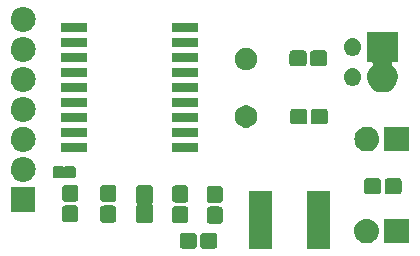
<source format=gts>
G04 #@! TF.GenerationSoftware,KiCad,Pcbnew,(5.0.1)-4*
G04 #@! TF.CreationDate,2018-11-19T23:15:06-05:00*
G04 #@! TF.ProjectId,CAN_Bus_Arduino,43414E5F4275735F41726475696E6F2E,rev?*
G04 #@! TF.SameCoordinates,Original*
G04 #@! TF.FileFunction,Soldermask,Top*
G04 #@! TF.FilePolarity,Negative*
%FSLAX46Y46*%
G04 Gerber Fmt 4.6, Leading zero omitted, Abs format (unit mm)*
G04 Created by KiCad (PCBNEW (5.0.1)-4) date 2018-11-19 11:15:06 PM*
%MOMM*%
%LPD*%
G01*
G04 APERTURE LIST*
%ADD10C,0.100000*%
G04 APERTURE END LIST*
D10*
G36*
X231940000Y-123005000D02*
X229940000Y-123005000D01*
X229940000Y-118095000D01*
X231940000Y-118095000D01*
X231940000Y-123005000D01*
X231940000Y-123005000D01*
G37*
G36*
X227010000Y-123005000D02*
X225010000Y-123005000D01*
X225010000Y-118095000D01*
X227010000Y-118095000D01*
X227010000Y-123005000D01*
X227010000Y-123005000D01*
G37*
G36*
X220405330Y-121606477D02*
X220456810Y-121622093D01*
X220504242Y-121647446D01*
X220545827Y-121681573D01*
X220579954Y-121723158D01*
X220605307Y-121770590D01*
X220620923Y-121822070D01*
X220626800Y-121881740D01*
X220626800Y-122669460D01*
X220620923Y-122729130D01*
X220605307Y-122780610D01*
X220579954Y-122828042D01*
X220545827Y-122869627D01*
X220504242Y-122903754D01*
X220456810Y-122929107D01*
X220405330Y-122944723D01*
X220345660Y-122950600D01*
X219457940Y-122950600D01*
X219398270Y-122944723D01*
X219346790Y-122929107D01*
X219299358Y-122903754D01*
X219257773Y-122869627D01*
X219223646Y-122828042D01*
X219198293Y-122780610D01*
X219182677Y-122729130D01*
X219176800Y-122669460D01*
X219176800Y-121881740D01*
X219182677Y-121822070D01*
X219198293Y-121770590D01*
X219223646Y-121723158D01*
X219257773Y-121681573D01*
X219299358Y-121647446D01*
X219346790Y-121622093D01*
X219398270Y-121606477D01*
X219457940Y-121600600D01*
X220345660Y-121600600D01*
X220405330Y-121606477D01*
X220405330Y-121606477D01*
G37*
G36*
X222155330Y-121606477D02*
X222206810Y-121622093D01*
X222254242Y-121647446D01*
X222295827Y-121681573D01*
X222329954Y-121723158D01*
X222355307Y-121770590D01*
X222370923Y-121822070D01*
X222376800Y-121881740D01*
X222376800Y-122669460D01*
X222370923Y-122729130D01*
X222355307Y-122780610D01*
X222329954Y-122828042D01*
X222295827Y-122869627D01*
X222254242Y-122903754D01*
X222206810Y-122929107D01*
X222155330Y-122944723D01*
X222095660Y-122950600D01*
X221207940Y-122950600D01*
X221148270Y-122944723D01*
X221096790Y-122929107D01*
X221049358Y-122903754D01*
X221007773Y-122869627D01*
X220973646Y-122828042D01*
X220948293Y-122780610D01*
X220932677Y-122729130D01*
X220926800Y-122669460D01*
X220926800Y-121881740D01*
X220932677Y-121822070D01*
X220948293Y-121770590D01*
X220973646Y-121723158D01*
X221007773Y-121681573D01*
X221049358Y-121647446D01*
X221096790Y-121622093D01*
X221148270Y-121606477D01*
X221207940Y-121600600D01*
X222095660Y-121600600D01*
X222155330Y-121606477D01*
X222155330Y-121606477D01*
G37*
G36*
X235129507Y-120420396D02*
X235206636Y-120427993D01*
X235312040Y-120459967D01*
X235404563Y-120488033D01*
X235586972Y-120585533D01*
X235746854Y-120716746D01*
X235878067Y-120876628D01*
X235975567Y-121059037D01*
X235975567Y-121059038D01*
X236035607Y-121256964D01*
X236055880Y-121462800D01*
X236035607Y-121668636D01*
X236010745Y-121750595D01*
X235975567Y-121866563D01*
X235878067Y-122048972D01*
X235746854Y-122208854D01*
X235586972Y-122340067D01*
X235404563Y-122437567D01*
X235338587Y-122457580D01*
X235206636Y-122497607D01*
X235129507Y-122505204D01*
X235052380Y-122512800D01*
X234949220Y-122512800D01*
X234872093Y-122505204D01*
X234794964Y-122497607D01*
X234663013Y-122457580D01*
X234597037Y-122437567D01*
X234414628Y-122340067D01*
X234254746Y-122208854D01*
X234123533Y-122048972D01*
X234026033Y-121866563D01*
X233990855Y-121750595D01*
X233965993Y-121668636D01*
X233945720Y-121462800D01*
X233965993Y-121256964D01*
X234026033Y-121059038D01*
X234026033Y-121059037D01*
X234123533Y-120876628D01*
X234254746Y-120716746D01*
X234414628Y-120585533D01*
X234597037Y-120488033D01*
X234689560Y-120459967D01*
X234794964Y-120427993D01*
X234872093Y-120420396D01*
X234949220Y-120412800D01*
X235052380Y-120412800D01*
X235129507Y-120420396D01*
X235129507Y-120420396D01*
G37*
G36*
X238590800Y-122512800D02*
X236490800Y-122512800D01*
X236490800Y-120412800D01*
X238590800Y-120412800D01*
X238590800Y-122512800D01*
X238590800Y-122512800D01*
G37*
G36*
X222601930Y-119383477D02*
X222653410Y-119399093D01*
X222700842Y-119424446D01*
X222742427Y-119458573D01*
X222776554Y-119500158D01*
X222801907Y-119547590D01*
X222817523Y-119599070D01*
X222823400Y-119658740D01*
X222823400Y-120546460D01*
X222817523Y-120606130D01*
X222801907Y-120657610D01*
X222776554Y-120705042D01*
X222742427Y-120746627D01*
X222700842Y-120780754D01*
X222653410Y-120806107D01*
X222601930Y-120821723D01*
X222542260Y-120827600D01*
X221754540Y-120827600D01*
X221694870Y-120821723D01*
X221643390Y-120806107D01*
X221595958Y-120780754D01*
X221554373Y-120746627D01*
X221520246Y-120705042D01*
X221494893Y-120657610D01*
X221479277Y-120606130D01*
X221473400Y-120546460D01*
X221473400Y-119658740D01*
X221479277Y-119599070D01*
X221494893Y-119547590D01*
X221520246Y-119500158D01*
X221554373Y-119458573D01*
X221595958Y-119424446D01*
X221643390Y-119399093D01*
X221694870Y-119383477D01*
X221754540Y-119377600D01*
X222542260Y-119377600D01*
X222601930Y-119383477D01*
X222601930Y-119383477D01*
G37*
G36*
X216700536Y-117572875D02*
X216752903Y-117588761D01*
X216801169Y-117614560D01*
X216843469Y-117649275D01*
X216878184Y-117691575D01*
X216903983Y-117739841D01*
X216919869Y-117792208D01*
X216925837Y-117852807D01*
X216925837Y-118931007D01*
X216919869Y-118991606D01*
X216903983Y-119043973D01*
X216878184Y-119092238D01*
X216861467Y-119112609D01*
X216847853Y-119132983D01*
X216838476Y-119155622D01*
X216833696Y-119179656D01*
X216833696Y-119204160D01*
X216838477Y-119228194D01*
X216847854Y-119250833D01*
X216861467Y-119271205D01*
X216878184Y-119291576D01*
X216903983Y-119339841D01*
X216919869Y-119392208D01*
X216925837Y-119452807D01*
X216925837Y-120531007D01*
X216919869Y-120591606D01*
X216903983Y-120643973D01*
X216878184Y-120692239D01*
X216843469Y-120734539D01*
X216801169Y-120769254D01*
X216752903Y-120795053D01*
X216700536Y-120810939D01*
X216639937Y-120816907D01*
X215761737Y-120816907D01*
X215701138Y-120810939D01*
X215648771Y-120795053D01*
X215600505Y-120769254D01*
X215558205Y-120734539D01*
X215523490Y-120692239D01*
X215497691Y-120643973D01*
X215481805Y-120591606D01*
X215475837Y-120531007D01*
X215475837Y-119452807D01*
X215481805Y-119392208D01*
X215497691Y-119339841D01*
X215523490Y-119291576D01*
X215540207Y-119271205D01*
X215553821Y-119250831D01*
X215563198Y-119228192D01*
X215567978Y-119204158D01*
X215567978Y-119179654D01*
X215563197Y-119155620D01*
X215553820Y-119132981D01*
X215540207Y-119112609D01*
X215523490Y-119092238D01*
X215497691Y-119043973D01*
X215481805Y-118991606D01*
X215475837Y-118931007D01*
X215475837Y-117852807D01*
X215481805Y-117792208D01*
X215497691Y-117739841D01*
X215523490Y-117691575D01*
X215558205Y-117649275D01*
X215600505Y-117614560D01*
X215648771Y-117588761D01*
X215701138Y-117572875D01*
X215761737Y-117566907D01*
X216639937Y-117566907D01*
X216700536Y-117572875D01*
X216700536Y-117572875D01*
G37*
G36*
X219676967Y-119347784D02*
X219728447Y-119363400D01*
X219775879Y-119388753D01*
X219817464Y-119422880D01*
X219851591Y-119464465D01*
X219876944Y-119511897D01*
X219892560Y-119563377D01*
X219898437Y-119623047D01*
X219898437Y-120510767D01*
X219892560Y-120570437D01*
X219876944Y-120621917D01*
X219851591Y-120669349D01*
X219817464Y-120710934D01*
X219775879Y-120745061D01*
X219728447Y-120770414D01*
X219676967Y-120786030D01*
X219617297Y-120791907D01*
X218829577Y-120791907D01*
X218769907Y-120786030D01*
X218718427Y-120770414D01*
X218670995Y-120745061D01*
X218629410Y-120710934D01*
X218595283Y-120669349D01*
X218569930Y-120621917D01*
X218554314Y-120570437D01*
X218548437Y-120510767D01*
X218548437Y-119623047D01*
X218554314Y-119563377D01*
X218569930Y-119511897D01*
X218595283Y-119464465D01*
X218629410Y-119422880D01*
X218670995Y-119388753D01*
X218718427Y-119363400D01*
X218769907Y-119347784D01*
X218829577Y-119341907D01*
X219617297Y-119341907D01*
X219676967Y-119347784D01*
X219676967Y-119347784D01*
G37*
G36*
X213580967Y-119296984D02*
X213632447Y-119312600D01*
X213679879Y-119337953D01*
X213721464Y-119372080D01*
X213755591Y-119413665D01*
X213780944Y-119461097D01*
X213796560Y-119512577D01*
X213802437Y-119572247D01*
X213802437Y-120459967D01*
X213796560Y-120519637D01*
X213780944Y-120571117D01*
X213755591Y-120618549D01*
X213721464Y-120660134D01*
X213679879Y-120694261D01*
X213632447Y-120719614D01*
X213580967Y-120735230D01*
X213521297Y-120741107D01*
X212733577Y-120741107D01*
X212673907Y-120735230D01*
X212622427Y-120719614D01*
X212574995Y-120694261D01*
X212533410Y-120660134D01*
X212499283Y-120618549D01*
X212473930Y-120571117D01*
X212458314Y-120519637D01*
X212452437Y-120459967D01*
X212452437Y-119572247D01*
X212458314Y-119512577D01*
X212473930Y-119461097D01*
X212499283Y-119413665D01*
X212533410Y-119372080D01*
X212574995Y-119337953D01*
X212622427Y-119312600D01*
X212673907Y-119296984D01*
X212733577Y-119291107D01*
X213521297Y-119291107D01*
X213580967Y-119296984D01*
X213580967Y-119296984D01*
G37*
G36*
X210359130Y-119281877D02*
X210410610Y-119297493D01*
X210458042Y-119322846D01*
X210499627Y-119356973D01*
X210533754Y-119398558D01*
X210559107Y-119445990D01*
X210574723Y-119497470D01*
X210580600Y-119557140D01*
X210580600Y-120444860D01*
X210574723Y-120504530D01*
X210559107Y-120556010D01*
X210533754Y-120603442D01*
X210499627Y-120645027D01*
X210458042Y-120679154D01*
X210410610Y-120704507D01*
X210359130Y-120720123D01*
X210299460Y-120726000D01*
X209511740Y-120726000D01*
X209452070Y-120720123D01*
X209400590Y-120704507D01*
X209353158Y-120679154D01*
X209311573Y-120645027D01*
X209277446Y-120603442D01*
X209252093Y-120556010D01*
X209236477Y-120504530D01*
X209230600Y-120444860D01*
X209230600Y-119557140D01*
X209236477Y-119497470D01*
X209252093Y-119445990D01*
X209277446Y-119398558D01*
X209311573Y-119356973D01*
X209353158Y-119322846D01*
X209400590Y-119297493D01*
X209452070Y-119281877D01*
X209511740Y-119276000D01*
X210299460Y-119276000D01*
X210359130Y-119281877D01*
X210359130Y-119281877D01*
G37*
G36*
X206967800Y-119820400D02*
X204867800Y-119820400D01*
X204867800Y-117720400D01*
X206967800Y-117720400D01*
X206967800Y-119820400D01*
X206967800Y-119820400D01*
G37*
G36*
X222601930Y-117633477D02*
X222653410Y-117649093D01*
X222700842Y-117674446D01*
X222742427Y-117708573D01*
X222776554Y-117750158D01*
X222801907Y-117797590D01*
X222817523Y-117849070D01*
X222823400Y-117908740D01*
X222823400Y-118796460D01*
X222817523Y-118856130D01*
X222801907Y-118907610D01*
X222776554Y-118955042D01*
X222742427Y-118996627D01*
X222700842Y-119030754D01*
X222653410Y-119056107D01*
X222601930Y-119071723D01*
X222542260Y-119077600D01*
X221754540Y-119077600D01*
X221694870Y-119071723D01*
X221643390Y-119056107D01*
X221595958Y-119030754D01*
X221554373Y-118996627D01*
X221520246Y-118955042D01*
X221494893Y-118907610D01*
X221479277Y-118856130D01*
X221473400Y-118796460D01*
X221473400Y-117908740D01*
X221479277Y-117849070D01*
X221494893Y-117797590D01*
X221520246Y-117750158D01*
X221554373Y-117708573D01*
X221595958Y-117674446D01*
X221643390Y-117649093D01*
X221694870Y-117633477D01*
X221754540Y-117627600D01*
X222542260Y-117627600D01*
X222601930Y-117633477D01*
X222601930Y-117633477D01*
G37*
G36*
X219676967Y-117597784D02*
X219728447Y-117613400D01*
X219775879Y-117638753D01*
X219817464Y-117672880D01*
X219851591Y-117714465D01*
X219876944Y-117761897D01*
X219892560Y-117813377D01*
X219898437Y-117873047D01*
X219898437Y-118760767D01*
X219892560Y-118820437D01*
X219876944Y-118871917D01*
X219851591Y-118919349D01*
X219817464Y-118960934D01*
X219775879Y-118995061D01*
X219728447Y-119020414D01*
X219676967Y-119036030D01*
X219617297Y-119041907D01*
X218829577Y-119041907D01*
X218769907Y-119036030D01*
X218718427Y-119020414D01*
X218670995Y-118995061D01*
X218629410Y-118960934D01*
X218595283Y-118919349D01*
X218569930Y-118871917D01*
X218554314Y-118820437D01*
X218548437Y-118760767D01*
X218548437Y-117873047D01*
X218554314Y-117813377D01*
X218569930Y-117761897D01*
X218595283Y-117714465D01*
X218629410Y-117672880D01*
X218670995Y-117638753D01*
X218718427Y-117613400D01*
X218769907Y-117597784D01*
X218829577Y-117591907D01*
X219617297Y-117591907D01*
X219676967Y-117597784D01*
X219676967Y-117597784D01*
G37*
G36*
X213580967Y-117546984D02*
X213632447Y-117562600D01*
X213679879Y-117587953D01*
X213721464Y-117622080D01*
X213755591Y-117663665D01*
X213780944Y-117711097D01*
X213796560Y-117762577D01*
X213802437Y-117822247D01*
X213802437Y-118709967D01*
X213796560Y-118769637D01*
X213780944Y-118821117D01*
X213755591Y-118868549D01*
X213721464Y-118910134D01*
X213679879Y-118944261D01*
X213632447Y-118969614D01*
X213580967Y-118985230D01*
X213521297Y-118991107D01*
X212733577Y-118991107D01*
X212673907Y-118985230D01*
X212622427Y-118969614D01*
X212574995Y-118944261D01*
X212533410Y-118910134D01*
X212499283Y-118868549D01*
X212473930Y-118821117D01*
X212458314Y-118769637D01*
X212452437Y-118709967D01*
X212452437Y-117822247D01*
X212458314Y-117762577D01*
X212473930Y-117711097D01*
X212499283Y-117663665D01*
X212533410Y-117622080D01*
X212574995Y-117587953D01*
X212622427Y-117562600D01*
X212673907Y-117546984D01*
X212733577Y-117541107D01*
X213521297Y-117541107D01*
X213580967Y-117546984D01*
X213580967Y-117546984D01*
G37*
G36*
X210359130Y-117531877D02*
X210410610Y-117547493D01*
X210458042Y-117572846D01*
X210499627Y-117606973D01*
X210533754Y-117648558D01*
X210559107Y-117695990D01*
X210574723Y-117747470D01*
X210580600Y-117807140D01*
X210580600Y-118694860D01*
X210574723Y-118754530D01*
X210559107Y-118806010D01*
X210533754Y-118853442D01*
X210499627Y-118895027D01*
X210458042Y-118929154D01*
X210410610Y-118954507D01*
X210359130Y-118970123D01*
X210299460Y-118976000D01*
X209511740Y-118976000D01*
X209452070Y-118970123D01*
X209400590Y-118954507D01*
X209353158Y-118929154D01*
X209311573Y-118895027D01*
X209277446Y-118853442D01*
X209252093Y-118806010D01*
X209236477Y-118754530D01*
X209230600Y-118694860D01*
X209230600Y-117807140D01*
X209236477Y-117747470D01*
X209252093Y-117695990D01*
X209277446Y-117648558D01*
X209311573Y-117606973D01*
X209353158Y-117572846D01*
X209400590Y-117547493D01*
X209452070Y-117531877D01*
X209511740Y-117526000D01*
X210299460Y-117526000D01*
X210359130Y-117531877D01*
X210359130Y-117531877D01*
G37*
G36*
X236000930Y-116983677D02*
X236052410Y-116999293D01*
X236099842Y-117024646D01*
X236141427Y-117058773D01*
X236175554Y-117100358D01*
X236200907Y-117147790D01*
X236216523Y-117199270D01*
X236222400Y-117258940D01*
X236222400Y-118046660D01*
X236216523Y-118106330D01*
X236200907Y-118157810D01*
X236175554Y-118205242D01*
X236141427Y-118246827D01*
X236099842Y-118280954D01*
X236052410Y-118306307D01*
X236000930Y-118321923D01*
X235941260Y-118327800D01*
X235053540Y-118327800D01*
X234993870Y-118321923D01*
X234942390Y-118306307D01*
X234894958Y-118280954D01*
X234853373Y-118246827D01*
X234819246Y-118205242D01*
X234793893Y-118157810D01*
X234778277Y-118106330D01*
X234772400Y-118046660D01*
X234772400Y-117258940D01*
X234778277Y-117199270D01*
X234793893Y-117147790D01*
X234819246Y-117100358D01*
X234853373Y-117058773D01*
X234894958Y-117024646D01*
X234942390Y-116999293D01*
X234993870Y-116983677D01*
X235053540Y-116977800D01*
X235941260Y-116977800D01*
X236000930Y-116983677D01*
X236000930Y-116983677D01*
G37*
G36*
X237750930Y-116983677D02*
X237802410Y-116999293D01*
X237849842Y-117024646D01*
X237891427Y-117058773D01*
X237925554Y-117100358D01*
X237950907Y-117147790D01*
X237966523Y-117199270D01*
X237972400Y-117258940D01*
X237972400Y-118046660D01*
X237966523Y-118106330D01*
X237950907Y-118157810D01*
X237925554Y-118205242D01*
X237891427Y-118246827D01*
X237849842Y-118280954D01*
X237802410Y-118306307D01*
X237750930Y-118321923D01*
X237691260Y-118327800D01*
X236803540Y-118327800D01*
X236743870Y-118321923D01*
X236692390Y-118306307D01*
X236644958Y-118280954D01*
X236603373Y-118246827D01*
X236569246Y-118205242D01*
X236543893Y-118157810D01*
X236528277Y-118106330D01*
X236522400Y-118046660D01*
X236522400Y-117258940D01*
X236528277Y-117199270D01*
X236543893Y-117147790D01*
X236569246Y-117100358D01*
X236603373Y-117058773D01*
X236644958Y-117024646D01*
X236692390Y-116999293D01*
X236743870Y-116983677D01*
X236803540Y-116977800D01*
X237691260Y-116977800D01*
X237750930Y-116983677D01*
X237750930Y-116983677D01*
G37*
G36*
X206046507Y-115187996D02*
X206123636Y-115195593D01*
X206255587Y-115235620D01*
X206321563Y-115255633D01*
X206503972Y-115353133D01*
X206663854Y-115484346D01*
X206795067Y-115644228D01*
X206892567Y-115826637D01*
X206892567Y-115826638D01*
X206952607Y-116024564D01*
X206972880Y-116230400D01*
X206952607Y-116436236D01*
X206912580Y-116568187D01*
X206892567Y-116634163D01*
X206795067Y-116816572D01*
X206663854Y-116976454D01*
X206503972Y-117107667D01*
X206321563Y-117205167D01*
X206255587Y-117225180D01*
X206123636Y-117265207D01*
X206046507Y-117272804D01*
X205969380Y-117280400D01*
X205866220Y-117280400D01*
X205789093Y-117272804D01*
X205711964Y-117265207D01*
X205580013Y-117225180D01*
X205514037Y-117205167D01*
X205331628Y-117107667D01*
X205171746Y-116976454D01*
X205040533Y-116816572D01*
X204943033Y-116634163D01*
X204923020Y-116568187D01*
X204882993Y-116436236D01*
X204862720Y-116230400D01*
X204882993Y-116024564D01*
X204943033Y-115826638D01*
X204943033Y-115826637D01*
X205040533Y-115644228D01*
X205171746Y-115484346D01*
X205331628Y-115353133D01*
X205514037Y-115255633D01*
X205580013Y-115235620D01*
X205711964Y-115195593D01*
X205789093Y-115187996D01*
X205866220Y-115180400D01*
X205969380Y-115180400D01*
X206046507Y-115187996D01*
X206046507Y-115187996D01*
G37*
G36*
X209258574Y-115968548D02*
X209293168Y-115979042D01*
X209332728Y-116000187D01*
X209338669Y-116004157D01*
X209361308Y-116013536D01*
X209385341Y-116018317D01*
X209409845Y-116018319D01*
X209433879Y-116013540D01*
X209456518Y-116004163D01*
X209462458Y-116000195D01*
X209502032Y-115979042D01*
X209536626Y-115968548D01*
X209578741Y-115964400D01*
X210186459Y-115964400D01*
X210228574Y-115968548D01*
X210263168Y-115979042D01*
X210295041Y-115996078D01*
X210322987Y-116019013D01*
X210345922Y-116046959D01*
X210362958Y-116078832D01*
X210373452Y-116113426D01*
X210377600Y-116155541D01*
X210377600Y-116813259D01*
X210373452Y-116855374D01*
X210362958Y-116889968D01*
X210345922Y-116921841D01*
X210322987Y-116949787D01*
X210295041Y-116972722D01*
X210263168Y-116989758D01*
X210228574Y-117000252D01*
X210186459Y-117004400D01*
X209578741Y-117004400D01*
X209536626Y-117000252D01*
X209502032Y-116989758D01*
X209462472Y-116968613D01*
X209456531Y-116964643D01*
X209433892Y-116955264D01*
X209409859Y-116950483D01*
X209385355Y-116950481D01*
X209361321Y-116955260D01*
X209338682Y-116964637D01*
X209332742Y-116968605D01*
X209293168Y-116989758D01*
X209258574Y-117000252D01*
X209216459Y-117004400D01*
X208608741Y-117004400D01*
X208566626Y-117000252D01*
X208532032Y-116989758D01*
X208500159Y-116972722D01*
X208472213Y-116949787D01*
X208449278Y-116921841D01*
X208432242Y-116889968D01*
X208421748Y-116855374D01*
X208417600Y-116813259D01*
X208417600Y-116155541D01*
X208421748Y-116113426D01*
X208432242Y-116078832D01*
X208449278Y-116046959D01*
X208472213Y-116019013D01*
X208500159Y-115996078D01*
X208532032Y-115979042D01*
X208566626Y-115968548D01*
X208608741Y-115964400D01*
X209216459Y-115964400D01*
X209258574Y-115968548D01*
X209258574Y-115968548D01*
G37*
G36*
X211304800Y-114771600D02*
X209164800Y-114771600D01*
X209164800Y-114031600D01*
X211304800Y-114031600D01*
X211304800Y-114771600D01*
X211304800Y-114771600D01*
G37*
G36*
X220704800Y-114771600D02*
X218564800Y-114771600D01*
X218564800Y-114031600D01*
X220704800Y-114031600D01*
X220704800Y-114771600D01*
X220704800Y-114771600D01*
G37*
G36*
X206046507Y-112647996D02*
X206123636Y-112655593D01*
X206237829Y-112690233D01*
X206321563Y-112715633D01*
X206503972Y-112813133D01*
X206663854Y-112944346D01*
X206795067Y-113104228D01*
X206892567Y-113286637D01*
X206892567Y-113286638D01*
X206952607Y-113484564D01*
X206972880Y-113690400D01*
X206952607Y-113896236D01*
X206912580Y-114028187D01*
X206892567Y-114094163D01*
X206795067Y-114276572D01*
X206663854Y-114436454D01*
X206503972Y-114567667D01*
X206321563Y-114665167D01*
X206255587Y-114685180D01*
X206123636Y-114725207D01*
X206046507Y-114732804D01*
X205969380Y-114740400D01*
X205866220Y-114740400D01*
X205789093Y-114732804D01*
X205711964Y-114725207D01*
X205580013Y-114685180D01*
X205514037Y-114665167D01*
X205331628Y-114567667D01*
X205171746Y-114436454D01*
X205040533Y-114276572D01*
X204943033Y-114094163D01*
X204923020Y-114028187D01*
X204882993Y-113896236D01*
X204862720Y-113690400D01*
X204882993Y-113484564D01*
X204943033Y-113286638D01*
X204943033Y-113286637D01*
X205040533Y-113104228D01*
X205171746Y-112944346D01*
X205331628Y-112813133D01*
X205514037Y-112715633D01*
X205597771Y-112690233D01*
X205711964Y-112655593D01*
X205789093Y-112647996D01*
X205866220Y-112640400D01*
X205969380Y-112640400D01*
X206046507Y-112647996D01*
X206046507Y-112647996D01*
G37*
G36*
X235154907Y-112622596D02*
X235232036Y-112630193D01*
X235363987Y-112670220D01*
X235429963Y-112690233D01*
X235612372Y-112787733D01*
X235772254Y-112918946D01*
X235903467Y-113078828D01*
X236000967Y-113261237D01*
X236000967Y-113261238D01*
X236061007Y-113459164D01*
X236081280Y-113665000D01*
X236061007Y-113870836D01*
X236053302Y-113896236D01*
X236000967Y-114068763D01*
X235903467Y-114251172D01*
X235772254Y-114411054D01*
X235612372Y-114542267D01*
X235429963Y-114639767D01*
X235363987Y-114659780D01*
X235232036Y-114699807D01*
X235154907Y-114707404D01*
X235077780Y-114715000D01*
X234974620Y-114715000D01*
X234897493Y-114707404D01*
X234820364Y-114699807D01*
X234688413Y-114659780D01*
X234622437Y-114639767D01*
X234440028Y-114542267D01*
X234280146Y-114411054D01*
X234148933Y-114251172D01*
X234051433Y-114068763D01*
X233999098Y-113896236D01*
X233991393Y-113870836D01*
X233971120Y-113665000D01*
X233991393Y-113459164D01*
X234051433Y-113261238D01*
X234051433Y-113261237D01*
X234148933Y-113078828D01*
X234280146Y-112918946D01*
X234440028Y-112787733D01*
X234622437Y-112690233D01*
X234688413Y-112670220D01*
X234820364Y-112630193D01*
X234897493Y-112622596D01*
X234974620Y-112615000D01*
X235077780Y-112615000D01*
X235154907Y-112622596D01*
X235154907Y-112622596D01*
G37*
G36*
X238616200Y-114715000D02*
X236516200Y-114715000D01*
X236516200Y-112615000D01*
X238616200Y-112615000D01*
X238616200Y-114715000D01*
X238616200Y-114715000D01*
G37*
G36*
X220704800Y-113501600D02*
X218564800Y-113501600D01*
X218564800Y-112761600D01*
X220704800Y-112761600D01*
X220704800Y-113501600D01*
X220704800Y-113501600D01*
G37*
G36*
X211304800Y-113501600D02*
X209164800Y-113501600D01*
X209164800Y-112761600D01*
X211304800Y-112761600D01*
X211304800Y-113501600D01*
X211304800Y-113501600D01*
G37*
G36*
X224929452Y-110819127D02*
X225067105Y-110846508D01*
X225239994Y-110918121D01*
X225395590Y-111022087D01*
X225527913Y-111154410D01*
X225631879Y-111310006D01*
X225703492Y-111482895D01*
X225740000Y-111666433D01*
X225740000Y-111853567D01*
X225703492Y-112037105D01*
X225631879Y-112209994D01*
X225527913Y-112365590D01*
X225395590Y-112497913D01*
X225239994Y-112601879D01*
X225067105Y-112673492D01*
X224929452Y-112700873D01*
X224883568Y-112710000D01*
X224696432Y-112710000D01*
X224650548Y-112700873D01*
X224512895Y-112673492D01*
X224340006Y-112601879D01*
X224184410Y-112497913D01*
X224052087Y-112365590D01*
X223948121Y-112209994D01*
X223876508Y-112037105D01*
X223840000Y-111853567D01*
X223840000Y-111666433D01*
X223876508Y-111482895D01*
X223948121Y-111310006D01*
X224052087Y-111154410D01*
X224184410Y-111022087D01*
X224340006Y-110918121D01*
X224512895Y-110846508D01*
X224650548Y-110819127D01*
X224696432Y-110810000D01*
X224883568Y-110810000D01*
X224929452Y-110819127D01*
X224929452Y-110819127D01*
G37*
G36*
X231502530Y-111090877D02*
X231554010Y-111106493D01*
X231601442Y-111131846D01*
X231643027Y-111165973D01*
X231677154Y-111207558D01*
X231702507Y-111254990D01*
X231718123Y-111306470D01*
X231724000Y-111366140D01*
X231724000Y-112153860D01*
X231718123Y-112213530D01*
X231702507Y-112265010D01*
X231677154Y-112312442D01*
X231643027Y-112354027D01*
X231601442Y-112388154D01*
X231554010Y-112413507D01*
X231502530Y-112429123D01*
X231442860Y-112435000D01*
X230555140Y-112435000D01*
X230495470Y-112429123D01*
X230443990Y-112413507D01*
X230396558Y-112388154D01*
X230354973Y-112354027D01*
X230320846Y-112312442D01*
X230295493Y-112265010D01*
X230279877Y-112213530D01*
X230274000Y-112153860D01*
X230274000Y-111366140D01*
X230279877Y-111306470D01*
X230295493Y-111254990D01*
X230320846Y-111207558D01*
X230354973Y-111165973D01*
X230396558Y-111131846D01*
X230443990Y-111106493D01*
X230495470Y-111090877D01*
X230555140Y-111085000D01*
X231442860Y-111085000D01*
X231502530Y-111090877D01*
X231502530Y-111090877D01*
G37*
G36*
X229752530Y-111090877D02*
X229804010Y-111106493D01*
X229851442Y-111131846D01*
X229893027Y-111165973D01*
X229927154Y-111207558D01*
X229952507Y-111254990D01*
X229968123Y-111306470D01*
X229974000Y-111366140D01*
X229974000Y-112153860D01*
X229968123Y-112213530D01*
X229952507Y-112265010D01*
X229927154Y-112312442D01*
X229893027Y-112354027D01*
X229851442Y-112388154D01*
X229804010Y-112413507D01*
X229752530Y-112429123D01*
X229692860Y-112435000D01*
X228805140Y-112435000D01*
X228745470Y-112429123D01*
X228693990Y-112413507D01*
X228646558Y-112388154D01*
X228604973Y-112354027D01*
X228570846Y-112312442D01*
X228545493Y-112265010D01*
X228529877Y-112213530D01*
X228524000Y-112153860D01*
X228524000Y-111366140D01*
X228529877Y-111306470D01*
X228545493Y-111254990D01*
X228570846Y-111207558D01*
X228604973Y-111165973D01*
X228646558Y-111131846D01*
X228693990Y-111106493D01*
X228745470Y-111090877D01*
X228805140Y-111085000D01*
X229692860Y-111085000D01*
X229752530Y-111090877D01*
X229752530Y-111090877D01*
G37*
G36*
X211304800Y-112231600D02*
X209164800Y-112231600D01*
X209164800Y-111491600D01*
X211304800Y-111491600D01*
X211304800Y-112231600D01*
X211304800Y-112231600D01*
G37*
G36*
X220704800Y-112231600D02*
X218564800Y-112231600D01*
X218564800Y-111491600D01*
X220704800Y-111491600D01*
X220704800Y-112231600D01*
X220704800Y-112231600D01*
G37*
G36*
X206046507Y-110107996D02*
X206123636Y-110115593D01*
X206255587Y-110155620D01*
X206321563Y-110175633D01*
X206503972Y-110273133D01*
X206663854Y-110404346D01*
X206795067Y-110564228D01*
X206892567Y-110746637D01*
X206892567Y-110746638D01*
X206952607Y-110944564D01*
X206972880Y-111150400D01*
X206952607Y-111356236D01*
X206932506Y-111422500D01*
X206892567Y-111554163D01*
X206795067Y-111736572D01*
X206663854Y-111896454D01*
X206503972Y-112027667D01*
X206321563Y-112125167D01*
X206255587Y-112145180D01*
X206123636Y-112185207D01*
X206046507Y-112192803D01*
X205969380Y-112200400D01*
X205866220Y-112200400D01*
X205789093Y-112192803D01*
X205711964Y-112185207D01*
X205580013Y-112145180D01*
X205514037Y-112125167D01*
X205331628Y-112027667D01*
X205171746Y-111896454D01*
X205040533Y-111736572D01*
X204943033Y-111554163D01*
X204903094Y-111422500D01*
X204882993Y-111356236D01*
X204862720Y-111150400D01*
X204882993Y-110944564D01*
X204943033Y-110746638D01*
X204943033Y-110746637D01*
X205040533Y-110564228D01*
X205171746Y-110404346D01*
X205331628Y-110273133D01*
X205514037Y-110175633D01*
X205580013Y-110155620D01*
X205711964Y-110115593D01*
X205789093Y-110107996D01*
X205866220Y-110100400D01*
X205969380Y-110100400D01*
X206046507Y-110107996D01*
X206046507Y-110107996D01*
G37*
G36*
X211304800Y-110961600D02*
X209164800Y-110961600D01*
X209164800Y-110221600D01*
X211304800Y-110221600D01*
X211304800Y-110961600D01*
X211304800Y-110961600D01*
G37*
G36*
X220704800Y-110961600D02*
X218564800Y-110961600D01*
X218564800Y-110221600D01*
X220704800Y-110221600D01*
X220704800Y-110961600D01*
X220704800Y-110961600D01*
G37*
G36*
X237647000Y-107167200D02*
X237243218Y-107167200D01*
X237218832Y-107169602D01*
X237195383Y-107176715D01*
X237173772Y-107188266D01*
X237154830Y-107203812D01*
X237139284Y-107222754D01*
X237127733Y-107244365D01*
X237120620Y-107267814D01*
X237118218Y-107292200D01*
X237120620Y-107316586D01*
X237127733Y-107340035D01*
X237139284Y-107361646D01*
X237154830Y-107380588D01*
X237173770Y-107396133D01*
X237175705Y-107397426D01*
X237356774Y-107578495D01*
X237499046Y-107791420D01*
X237597042Y-108028004D01*
X237647000Y-108279160D01*
X237647000Y-108535240D01*
X237597042Y-108786396D01*
X237499046Y-109022980D01*
X237356774Y-109235905D01*
X237175705Y-109416974D01*
X236962780Y-109559246D01*
X236726196Y-109657242D01*
X236475040Y-109707200D01*
X236218960Y-109707200D01*
X235967804Y-109657242D01*
X235731220Y-109559246D01*
X235518295Y-109416974D01*
X235337226Y-109235905D01*
X235194954Y-109022980D01*
X235096958Y-108786396D01*
X235047000Y-108535240D01*
X235047000Y-108279160D01*
X235096958Y-108028004D01*
X235194954Y-107791420D01*
X235337226Y-107578495D01*
X235518295Y-107397426D01*
X235520230Y-107396133D01*
X235539172Y-107380587D01*
X235554717Y-107361645D01*
X235566268Y-107340034D01*
X235573381Y-107316584D01*
X235575782Y-107292198D01*
X235573380Y-107267812D01*
X235566266Y-107244363D01*
X235554715Y-107222752D01*
X235539169Y-107203810D01*
X235520227Y-107188265D01*
X235498616Y-107176714D01*
X235475166Y-107169601D01*
X235450782Y-107167200D01*
X235047000Y-107167200D01*
X235047000Y-104567200D01*
X237647000Y-104567200D01*
X237647000Y-107167200D01*
X237647000Y-107167200D01*
G37*
G36*
X220704800Y-109691600D02*
X218564800Y-109691600D01*
X218564800Y-108951600D01*
X220704800Y-108951600D01*
X220704800Y-109691600D01*
X220704800Y-109691600D01*
G37*
G36*
X211304800Y-109691600D02*
X209164800Y-109691600D01*
X209164800Y-108951600D01*
X211304800Y-108951600D01*
X211304800Y-109691600D01*
X211304800Y-109691600D01*
G37*
G36*
X206046507Y-107567997D02*
X206123636Y-107575593D01*
X206255587Y-107615620D01*
X206321563Y-107635633D01*
X206503972Y-107733133D01*
X206663854Y-107864346D01*
X206795067Y-108024228D01*
X206892567Y-108206637D01*
X206892567Y-108206638D01*
X206952607Y-108404564D01*
X206972880Y-108610400D01*
X206952607Y-108816236D01*
X206912580Y-108948187D01*
X206892567Y-109014163D01*
X206795067Y-109196572D01*
X206663854Y-109356454D01*
X206503972Y-109487667D01*
X206321563Y-109585167D01*
X206255587Y-109605180D01*
X206123636Y-109645207D01*
X206046507Y-109652803D01*
X205969380Y-109660400D01*
X205866220Y-109660400D01*
X205789093Y-109652803D01*
X205711964Y-109645207D01*
X205580013Y-109605180D01*
X205514037Y-109585167D01*
X205331628Y-109487667D01*
X205171746Y-109356454D01*
X205040533Y-109196572D01*
X204943033Y-109014163D01*
X204923020Y-108948187D01*
X204882993Y-108816236D01*
X204862720Y-108610400D01*
X204882993Y-108404564D01*
X204943033Y-108206638D01*
X204943033Y-108206637D01*
X205040533Y-108024228D01*
X205171746Y-107864346D01*
X205331628Y-107733133D01*
X205514037Y-107635633D01*
X205580013Y-107615620D01*
X205711964Y-107575593D01*
X205789093Y-107567997D01*
X205866220Y-107560400D01*
X205969380Y-107560400D01*
X206046507Y-107567997D01*
X206046507Y-107567997D01*
G37*
G36*
X233953318Y-107671611D02*
X234025767Y-107686022D01*
X234082303Y-107709440D01*
X234162257Y-107742558D01*
X234285100Y-107824639D01*
X234389561Y-107929100D01*
X234471642Y-108051943D01*
X234528178Y-108188434D01*
X234557000Y-108333330D01*
X234557000Y-108481070D01*
X234528178Y-108625966D01*
X234471642Y-108762457D01*
X234389561Y-108885300D01*
X234285100Y-108989761D01*
X234162257Y-109071842D01*
X234082303Y-109104960D01*
X234025767Y-109128378D01*
X233953318Y-109142789D01*
X233880870Y-109157200D01*
X233733130Y-109157200D01*
X233660682Y-109142789D01*
X233588233Y-109128378D01*
X233531697Y-109104960D01*
X233451743Y-109071842D01*
X233328900Y-108989761D01*
X233224439Y-108885300D01*
X233142358Y-108762457D01*
X233085822Y-108625966D01*
X233057000Y-108481070D01*
X233057000Y-108333330D01*
X233085822Y-108188434D01*
X233142358Y-108051943D01*
X233224439Y-107929100D01*
X233328900Y-107824639D01*
X233451743Y-107742558D01*
X233531697Y-107709440D01*
X233588233Y-107686022D01*
X233660682Y-107671611D01*
X233733130Y-107657200D01*
X233880870Y-107657200D01*
X233953318Y-107671611D01*
X233953318Y-107671611D01*
G37*
G36*
X220704800Y-108421600D02*
X218564800Y-108421600D01*
X218564800Y-107681600D01*
X220704800Y-107681600D01*
X220704800Y-108421600D01*
X220704800Y-108421600D01*
G37*
G36*
X211304800Y-108421600D02*
X209164800Y-108421600D01*
X209164800Y-107681600D01*
X211304800Y-107681600D01*
X211304800Y-108421600D01*
X211304800Y-108421600D01*
G37*
G36*
X224929452Y-105939127D02*
X225067105Y-105966508D01*
X225239994Y-106038121D01*
X225395590Y-106142087D01*
X225527913Y-106274410D01*
X225631879Y-106430006D01*
X225703492Y-106602895D01*
X225740000Y-106786433D01*
X225740000Y-106973567D01*
X225703492Y-107157105D01*
X225631879Y-107329994D01*
X225527913Y-107485590D01*
X225395590Y-107617913D01*
X225239994Y-107721879D01*
X225067105Y-107793492D01*
X224929451Y-107820873D01*
X224883568Y-107830000D01*
X224696432Y-107830000D01*
X224650549Y-107820873D01*
X224512895Y-107793492D01*
X224340006Y-107721879D01*
X224184410Y-107617913D01*
X224052087Y-107485590D01*
X223948121Y-107329994D01*
X223876508Y-107157105D01*
X223840000Y-106973567D01*
X223840000Y-106786433D01*
X223876508Y-106602895D01*
X223948121Y-106430006D01*
X224052087Y-106274410D01*
X224184410Y-106142087D01*
X224340006Y-106038121D01*
X224512895Y-105966508D01*
X224650548Y-105939127D01*
X224696432Y-105930000D01*
X224883568Y-105930000D01*
X224929452Y-105939127D01*
X224929452Y-105939127D01*
G37*
G36*
X231451730Y-106163277D02*
X231503210Y-106178893D01*
X231550642Y-106204246D01*
X231592227Y-106238373D01*
X231626354Y-106279958D01*
X231651707Y-106327390D01*
X231667323Y-106378870D01*
X231673200Y-106438540D01*
X231673200Y-107226260D01*
X231667323Y-107285930D01*
X231651707Y-107337410D01*
X231626354Y-107384842D01*
X231592227Y-107426427D01*
X231550642Y-107460554D01*
X231503210Y-107485907D01*
X231451730Y-107501523D01*
X231392060Y-107507400D01*
X230504340Y-107507400D01*
X230444670Y-107501523D01*
X230393190Y-107485907D01*
X230345758Y-107460554D01*
X230304173Y-107426427D01*
X230270046Y-107384842D01*
X230244693Y-107337410D01*
X230229077Y-107285930D01*
X230223200Y-107226260D01*
X230223200Y-106438540D01*
X230229077Y-106378870D01*
X230244693Y-106327390D01*
X230270046Y-106279958D01*
X230304173Y-106238373D01*
X230345758Y-106204246D01*
X230393190Y-106178893D01*
X230444670Y-106163277D01*
X230504340Y-106157400D01*
X231392060Y-106157400D01*
X231451730Y-106163277D01*
X231451730Y-106163277D01*
G37*
G36*
X229701730Y-106163277D02*
X229753210Y-106178893D01*
X229800642Y-106204246D01*
X229842227Y-106238373D01*
X229876354Y-106279958D01*
X229901707Y-106327390D01*
X229917323Y-106378870D01*
X229923200Y-106438540D01*
X229923200Y-107226260D01*
X229917323Y-107285930D01*
X229901707Y-107337410D01*
X229876354Y-107384842D01*
X229842227Y-107426427D01*
X229800642Y-107460554D01*
X229753210Y-107485907D01*
X229701730Y-107501523D01*
X229642060Y-107507400D01*
X228754340Y-107507400D01*
X228694670Y-107501523D01*
X228643190Y-107485907D01*
X228595758Y-107460554D01*
X228554173Y-107426427D01*
X228520046Y-107384842D01*
X228494693Y-107337410D01*
X228479077Y-107285930D01*
X228473200Y-107226260D01*
X228473200Y-106438540D01*
X228479077Y-106378870D01*
X228494693Y-106327390D01*
X228520046Y-106279958D01*
X228554173Y-106238373D01*
X228595758Y-106204246D01*
X228643190Y-106178893D01*
X228694670Y-106163277D01*
X228754340Y-106157400D01*
X229642060Y-106157400D01*
X229701730Y-106163277D01*
X229701730Y-106163277D01*
G37*
G36*
X220704800Y-107151600D02*
X218564800Y-107151600D01*
X218564800Y-106411600D01*
X220704800Y-106411600D01*
X220704800Y-107151600D01*
X220704800Y-107151600D01*
G37*
G36*
X211304800Y-107151600D02*
X209164800Y-107151600D01*
X209164800Y-106411600D01*
X211304800Y-106411600D01*
X211304800Y-107151600D01*
X211304800Y-107151600D01*
G37*
G36*
X206046507Y-105027996D02*
X206123636Y-105035593D01*
X206255587Y-105075620D01*
X206321563Y-105095633D01*
X206503972Y-105193133D01*
X206663854Y-105324346D01*
X206795067Y-105484228D01*
X206892567Y-105666637D01*
X206892567Y-105666638D01*
X206952607Y-105864564D01*
X206972880Y-106070400D01*
X206952607Y-106276236D01*
X206925455Y-106365744D01*
X206892567Y-106474163D01*
X206795067Y-106656572D01*
X206663854Y-106816454D01*
X206503972Y-106947667D01*
X206321563Y-107045167D01*
X206255587Y-107065180D01*
X206123636Y-107105207D01*
X206046507Y-107112804D01*
X205969380Y-107120400D01*
X205866220Y-107120400D01*
X205789093Y-107112804D01*
X205711964Y-107105207D01*
X205580013Y-107065180D01*
X205514037Y-107045167D01*
X205331628Y-106947667D01*
X205171746Y-106816454D01*
X205040533Y-106656572D01*
X204943033Y-106474163D01*
X204910145Y-106365744D01*
X204882993Y-106276236D01*
X204862720Y-106070400D01*
X204882993Y-105864564D01*
X204943033Y-105666638D01*
X204943033Y-105666637D01*
X205040533Y-105484228D01*
X205171746Y-105324346D01*
X205331628Y-105193133D01*
X205514037Y-105095633D01*
X205580013Y-105075620D01*
X205711964Y-105035593D01*
X205789093Y-105027997D01*
X205866220Y-105020400D01*
X205969380Y-105020400D01*
X206046507Y-105027996D01*
X206046507Y-105027996D01*
G37*
G36*
X233953318Y-105131611D02*
X234025767Y-105146022D01*
X234082303Y-105169440D01*
X234162257Y-105202558D01*
X234285100Y-105284639D01*
X234389561Y-105389100D01*
X234471642Y-105511943D01*
X234528178Y-105648434D01*
X234557000Y-105793330D01*
X234557000Y-105941070D01*
X234528178Y-106085966D01*
X234471642Y-106222457D01*
X234389561Y-106345300D01*
X234285100Y-106449761D01*
X234162257Y-106531842D01*
X234082303Y-106564960D01*
X234025767Y-106588378D01*
X233953318Y-106602789D01*
X233880870Y-106617200D01*
X233733130Y-106617200D01*
X233660682Y-106602789D01*
X233588233Y-106588378D01*
X233531697Y-106564960D01*
X233451743Y-106531842D01*
X233328900Y-106449761D01*
X233224439Y-106345300D01*
X233142358Y-106222457D01*
X233085822Y-106085966D01*
X233057000Y-105941070D01*
X233057000Y-105793330D01*
X233085822Y-105648434D01*
X233142358Y-105511943D01*
X233224439Y-105389100D01*
X233328900Y-105284639D01*
X233451743Y-105202558D01*
X233531697Y-105169440D01*
X233588233Y-105146022D01*
X233660682Y-105131611D01*
X233733130Y-105117200D01*
X233880870Y-105117200D01*
X233953318Y-105131611D01*
X233953318Y-105131611D01*
G37*
G36*
X211304800Y-105881600D02*
X209164800Y-105881600D01*
X209164800Y-105141600D01*
X211304800Y-105141600D01*
X211304800Y-105881600D01*
X211304800Y-105881600D01*
G37*
G36*
X220704800Y-105881600D02*
X218564800Y-105881600D01*
X218564800Y-105141600D01*
X220704800Y-105141600D01*
X220704800Y-105881600D01*
X220704800Y-105881600D01*
G37*
G36*
X220704800Y-104611600D02*
X218564800Y-104611600D01*
X218564800Y-103871600D01*
X220704800Y-103871600D01*
X220704800Y-104611600D01*
X220704800Y-104611600D01*
G37*
G36*
X211304800Y-104611600D02*
X209164800Y-104611600D01*
X209164800Y-103871600D01*
X211304800Y-103871600D01*
X211304800Y-104611600D01*
X211304800Y-104611600D01*
G37*
G36*
X206046507Y-102487996D02*
X206123636Y-102495593D01*
X206255587Y-102535620D01*
X206321563Y-102555633D01*
X206503972Y-102653133D01*
X206663854Y-102784346D01*
X206795067Y-102944228D01*
X206892567Y-103126637D01*
X206892567Y-103126638D01*
X206952607Y-103324564D01*
X206972880Y-103530400D01*
X206952607Y-103736236D01*
X206912580Y-103868187D01*
X206892567Y-103934163D01*
X206795067Y-104116572D01*
X206663854Y-104276454D01*
X206503972Y-104407667D01*
X206321563Y-104505167D01*
X206255587Y-104525180D01*
X206123636Y-104565207D01*
X206046507Y-104572804D01*
X205969380Y-104580400D01*
X205866220Y-104580400D01*
X205789093Y-104572803D01*
X205711964Y-104565207D01*
X205580013Y-104525180D01*
X205514037Y-104505167D01*
X205331628Y-104407667D01*
X205171746Y-104276454D01*
X205040533Y-104116572D01*
X204943033Y-103934163D01*
X204923020Y-103868187D01*
X204882993Y-103736236D01*
X204862720Y-103530400D01*
X204882993Y-103324564D01*
X204943033Y-103126638D01*
X204943033Y-103126637D01*
X205040533Y-102944228D01*
X205171746Y-102784346D01*
X205331628Y-102653133D01*
X205514037Y-102555633D01*
X205580013Y-102535620D01*
X205711964Y-102495593D01*
X205789093Y-102487996D01*
X205866220Y-102480400D01*
X205969380Y-102480400D01*
X206046507Y-102487996D01*
X206046507Y-102487996D01*
G37*
M02*

</source>
